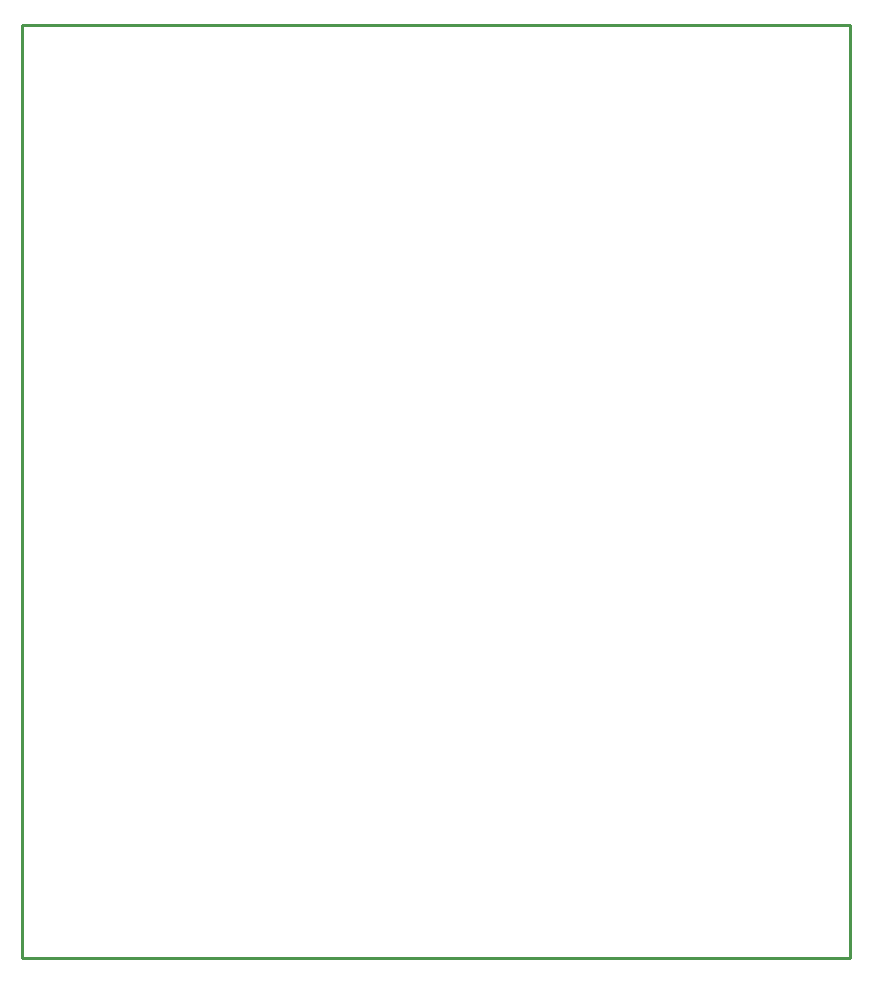
<source format=gbr>
%TF.GenerationSoftware,Altium Limited,Altium Designer,24.7.2 (38)*%
G04 Layer_Color=32768*
%FSLAX43Y43*%
%MOMM*%
%TF.SameCoordinates,6EE5CD54-FE70-432D-B01E-CA14D31D91FF*%
%TF.FilePolarity,Positive*%
%TF.FileFunction,Other,Outline*%
%TF.Part,Single*%
G01*
G75*
%TA.AperFunction,NonConductor*%
%ADD34C,0.254*%
D34*
X-104Y-6D02*
X70000D01*
X-104Y-79000D02*
Y-6D01*
Y-79000D02*
X70000D01*
Y-6D01*
%TF.MD5,352d8df60be7553f5e1669ed8f3bdf5b*%
M02*

</source>
